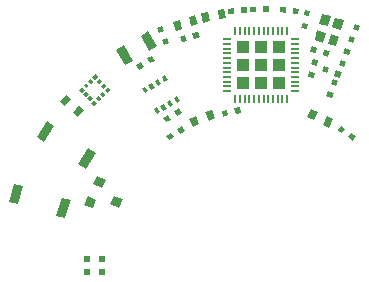
<source format=gtp>
G04 #@! TF.FileFunction,Paste,Top*
%FSLAX46Y46*%
G04 Gerber Fmt 4.6, Leading zero omitted, Abs format (unit mm)*
G04 Created by KiCad (PCBNEW (2016-05-05 BZR 6775)-product) date 2016 June 06, Monday 00:12:01*
%MOMM*%
%LPD*%
G01*
G04 APERTURE LIST*
%ADD10C,0.020000*%
%ADD11R,0.480000X0.480000*%
%ADD12R,1.020000X1.020000*%
%ADD13R,0.660000X0.230000*%
%ADD14R,0.230000X0.660000*%
G04 APERTURE END LIST*
D10*
G36*
X83706737Y-51271017D02*
X83968163Y-50868455D01*
X84370725Y-51129881D01*
X84109299Y-51532443D01*
X83706737Y-51271017D01*
X83706737Y-51271017D01*
G37*
G36*
X84629275Y-51870119D02*
X84890701Y-51467557D01*
X85293263Y-51728983D01*
X85031837Y-52131545D01*
X84629275Y-51870119D01*
X84629275Y-51870119D01*
G37*
G36*
X70542777Y-50877832D02*
X70797138Y-51284895D01*
X70390075Y-51539256D01*
X70135714Y-51132193D01*
X70542777Y-50877832D01*
X70542777Y-50877832D01*
G37*
G36*
X69609925Y-51460744D02*
X69864286Y-51867807D01*
X69457223Y-52122168D01*
X69202862Y-51715105D01*
X69609925Y-51460744D01*
X69609925Y-51460744D01*
G37*
G36*
X82405558Y-46265330D02*
X82569728Y-45814278D01*
X83020780Y-45978448D01*
X82856610Y-46429500D01*
X82405558Y-46265330D01*
X82405558Y-46265330D01*
G37*
G36*
X83439220Y-46641552D02*
X83603390Y-46190500D01*
X84054442Y-46354670D01*
X83890272Y-46805722D01*
X83439220Y-46641552D01*
X83439220Y-46641552D01*
G37*
G36*
X72342605Y-42141735D02*
X72193774Y-41376066D01*
X72763117Y-41265397D01*
X72911948Y-42031066D01*
X72342605Y-42141735D01*
X72342605Y-42141735D01*
G37*
G36*
X73716883Y-41874603D02*
X73568052Y-41108934D01*
X74137395Y-40998265D01*
X74286226Y-41763934D01*
X73716883Y-41874603D01*
X73716883Y-41874603D01*
G37*
G36*
X74473924Y-41437940D02*
X74432089Y-40959767D01*
X74910262Y-40917932D01*
X74952097Y-41396105D01*
X74473924Y-41437940D01*
X74473924Y-41437940D01*
G37*
G36*
X75569738Y-41342068D02*
X75527903Y-40863895D01*
X76006076Y-40822060D01*
X76047911Y-41300233D01*
X75569738Y-41342068D01*
X75569738Y-41342068D01*
G37*
G36*
X83329051Y-46926463D02*
X83777170Y-47098480D01*
X83605153Y-47546599D01*
X83157034Y-47374582D01*
X83329051Y-46926463D01*
X83329051Y-46926463D01*
G37*
G36*
X82934847Y-47953401D02*
X83382966Y-48125418D01*
X83210949Y-48573537D01*
X82762830Y-48401520D01*
X82934847Y-47953401D01*
X82934847Y-47953401D01*
G37*
G36*
X62229071Y-49537602D02*
X61727697Y-50135117D01*
X61283391Y-49762300D01*
X61784765Y-49164785D01*
X62229071Y-49537602D01*
X62229071Y-49537602D01*
G37*
G36*
X61156609Y-48637700D02*
X60655235Y-49235215D01*
X60210929Y-48862398D01*
X60712303Y-48264883D01*
X61156609Y-48637700D01*
X61156609Y-48637700D01*
G37*
G36*
X80947985Y-41059492D02*
X81419948Y-41146965D01*
X81332475Y-41618928D01*
X80860512Y-41531455D01*
X80947985Y-41059492D01*
X80947985Y-41059492D01*
G37*
G36*
X80747525Y-42141072D02*
X81219488Y-42228545D01*
X81132015Y-42700508D01*
X80660052Y-42613035D01*
X80747525Y-42141072D01*
X80747525Y-42141072D01*
G37*
G36*
X85156236Y-42237009D02*
X85602837Y-42412930D01*
X85426916Y-42859531D01*
X84980315Y-42683610D01*
X85156236Y-42237009D01*
X85156236Y-42237009D01*
G37*
G36*
X84753084Y-43260469D02*
X85199685Y-43436390D01*
X85023764Y-43882991D01*
X84577163Y-43707070D01*
X84753084Y-43260469D01*
X84753084Y-43260469D01*
G37*
G36*
X83055198Y-44572644D02*
X82930965Y-45036289D01*
X82467320Y-44912056D01*
X82591553Y-44448411D01*
X83055198Y-44572644D01*
X83055198Y-44572644D01*
G37*
G36*
X81992680Y-44287944D02*
X81868447Y-44751589D01*
X81404802Y-44627356D01*
X81529035Y-44163711D01*
X81992680Y-44287944D01*
X81992680Y-44287944D01*
G37*
G36*
X84376236Y-44257009D02*
X84822837Y-44432930D01*
X84646916Y-44879531D01*
X84200315Y-44703610D01*
X84376236Y-44257009D01*
X84376236Y-44257009D01*
G37*
G36*
X83973084Y-45280469D02*
X84419685Y-45456390D01*
X84243764Y-45902991D01*
X83797163Y-45727070D01*
X83973084Y-45280469D01*
X83973084Y-45280469D01*
G37*
G36*
X70514688Y-43830486D02*
X70374350Y-43371460D01*
X70833376Y-43231122D01*
X70973714Y-43690148D01*
X70514688Y-43830486D01*
X70514688Y-43830486D01*
G37*
G36*
X71566624Y-43508878D02*
X71426286Y-43049852D01*
X71885312Y-42909514D01*
X72025650Y-43368540D01*
X71566624Y-43508878D01*
X71566624Y-43508878D01*
G37*
G36*
X70007284Y-42852407D02*
X69779234Y-42106489D01*
X70333890Y-41936913D01*
X70561940Y-42682831D01*
X70007284Y-42852407D01*
X70007284Y-42852407D01*
G37*
G36*
X71346110Y-42443087D02*
X71118060Y-41697169D01*
X71672716Y-41527593D01*
X71900766Y-42273511D01*
X71346110Y-42443087D01*
X71346110Y-42443087D01*
G37*
G36*
X78829241Y-41286107D02*
X78879415Y-40808737D01*
X79356785Y-40858911D01*
X79306611Y-41336281D01*
X78829241Y-41286107D01*
X78829241Y-41286107D01*
G37*
G36*
X79923215Y-41401089D02*
X79973389Y-40923719D01*
X80450759Y-40973893D01*
X80400585Y-41451263D01*
X79923215Y-41401089D01*
X79923215Y-41401089D01*
G37*
G36*
X74007162Y-50109005D02*
X73907365Y-49639494D01*
X74376876Y-49539697D01*
X74476673Y-50009208D01*
X74007162Y-50109005D01*
X74007162Y-50109005D01*
G37*
G36*
X75083124Y-49880303D02*
X74983327Y-49410792D01*
X75452838Y-49310995D01*
X75552635Y-49780506D01*
X75083124Y-49880303D01*
X75083124Y-49880303D01*
G37*
D11*
X63750000Y-63300000D03*
X63750000Y-62200000D03*
X62500000Y-62200000D03*
X62500000Y-63300000D03*
D10*
G36*
X66885840Y-46152846D02*
X66645840Y-45737154D01*
X67061532Y-45497154D01*
X67301532Y-45912846D01*
X66885840Y-46152846D01*
X66885840Y-46152846D01*
G37*
G36*
X67838468Y-45602846D02*
X67598468Y-45187154D01*
X68014160Y-44947154D01*
X68254160Y-45362846D01*
X67838468Y-45602846D01*
X67838468Y-45602846D01*
G37*
G36*
X68410401Y-42626576D02*
X68852244Y-42439025D01*
X69039795Y-42880868D01*
X68597952Y-43068419D01*
X68410401Y-42626576D01*
X68410401Y-42626576D01*
G37*
G36*
X68840205Y-43639132D02*
X69282048Y-43451581D01*
X69469599Y-43893424D01*
X69027756Y-44080975D01*
X68840205Y-43639132D01*
X68840205Y-43639132D01*
G37*
G36*
X76314309Y-41273751D02*
X76305932Y-40793824D01*
X76785859Y-40785447D01*
X76794236Y-41265374D01*
X76314309Y-41273751D01*
X76314309Y-41273751D01*
G37*
G36*
X77414141Y-41254553D02*
X77405764Y-40774626D01*
X77885691Y-40766249D01*
X77894068Y-41246176D01*
X77414141Y-41254553D01*
X77414141Y-41254553D01*
G37*
G36*
X69185840Y-50602846D02*
X68945840Y-50187154D01*
X69361532Y-49947154D01*
X69601532Y-50362846D01*
X69185840Y-50602846D01*
X69185840Y-50602846D01*
G37*
G36*
X70138468Y-50052846D02*
X69898468Y-49637154D01*
X70314160Y-49397154D01*
X70554160Y-49812846D01*
X70138468Y-50052846D01*
X70138468Y-50052846D01*
G37*
G36*
X81677356Y-46865198D02*
X81213711Y-46740965D01*
X81337944Y-46277320D01*
X81801589Y-46401553D01*
X81677356Y-46865198D01*
X81677356Y-46865198D01*
G37*
G36*
X81962056Y-45802680D02*
X81498411Y-45678447D01*
X81622644Y-45214802D01*
X82086289Y-45339035D01*
X81962056Y-45802680D01*
X81962056Y-45802680D01*
G37*
G36*
X67656019Y-47975170D02*
X67370231Y-48140170D01*
X67130231Y-47724478D01*
X67416019Y-47559478D01*
X67656019Y-47975170D01*
X67656019Y-47975170D01*
G37*
G36*
X68218936Y-47650170D02*
X67933148Y-47815170D01*
X67693148Y-47399478D01*
X67978936Y-47234478D01*
X68218936Y-47650170D01*
X68218936Y-47650170D01*
G37*
G36*
X68781852Y-47325170D02*
X68496064Y-47490170D01*
X68256064Y-47074478D01*
X68541852Y-46909478D01*
X68781852Y-47325170D01*
X68781852Y-47325170D01*
G37*
G36*
X69344769Y-47000170D02*
X69058981Y-47165170D01*
X68818981Y-46749478D01*
X69104769Y-46584478D01*
X69344769Y-47000170D01*
X69344769Y-47000170D01*
G37*
G36*
X70369769Y-48775522D02*
X70083981Y-48940522D01*
X69843981Y-48524830D01*
X70129769Y-48359830D01*
X70369769Y-48775522D01*
X70369769Y-48775522D01*
G37*
G36*
X69806852Y-49100522D02*
X69521064Y-49265522D01*
X69281064Y-48849830D01*
X69566852Y-48684830D01*
X69806852Y-49100522D01*
X69806852Y-49100522D01*
G37*
G36*
X69243936Y-49425522D02*
X68958148Y-49590522D01*
X68718148Y-49174830D01*
X69003936Y-49009830D01*
X69243936Y-49425522D01*
X69243936Y-49425522D01*
G37*
G36*
X68681019Y-49750522D02*
X68395231Y-49915522D01*
X68155231Y-49499830D01*
X68441019Y-49334830D01*
X68681019Y-49750522D01*
X68681019Y-49750522D01*
G37*
G36*
X63364479Y-55120110D02*
X64077136Y-55437405D01*
X63759841Y-56150062D01*
X63047184Y-55832767D01*
X63364479Y-55120110D01*
X63364479Y-55120110D01*
G37*
G36*
X62591679Y-56855846D02*
X63304336Y-57173141D01*
X62987041Y-57885798D01*
X62274384Y-57568503D01*
X62591679Y-56855846D01*
X62591679Y-56855846D01*
G37*
G36*
X64804238Y-56801037D02*
X65516895Y-57118332D01*
X65199600Y-57830989D01*
X64486943Y-57513694D01*
X64804238Y-56801037D01*
X64804238Y-56801037D01*
G37*
G36*
X67706980Y-42884141D02*
X68446980Y-44165859D01*
X67771480Y-44555859D01*
X67031480Y-43274141D01*
X67706980Y-42884141D01*
X67706980Y-42884141D01*
G37*
G36*
X65628520Y-44084141D02*
X66368520Y-45365859D01*
X65693020Y-45755859D01*
X64953020Y-44474141D01*
X65628520Y-44084141D01*
X65628520Y-44084141D01*
G37*
D12*
X77250000Y-47270000D03*
X78770000Y-45750000D03*
X75730000Y-45750000D03*
X77250000Y-45750000D03*
X77250000Y-44230000D03*
D13*
X74390000Y-43550000D03*
X74390000Y-43950000D03*
X74390000Y-44350000D03*
X74390000Y-44750000D03*
X74390000Y-45150000D03*
X74390000Y-45550000D03*
X74390000Y-45950000D03*
X74390000Y-46350000D03*
X74390000Y-46750000D03*
X74390000Y-47150000D03*
X74390000Y-47550000D03*
X74390000Y-47950000D03*
D14*
X75050000Y-48610000D03*
X75450000Y-48610000D03*
X75850000Y-48610000D03*
X76250000Y-48610000D03*
X76650000Y-48610000D03*
X77050000Y-48610000D03*
X77450000Y-48610000D03*
X77850000Y-48610000D03*
X78250000Y-48610000D03*
X78650000Y-48610000D03*
X79050000Y-48610000D03*
X79450000Y-48610000D03*
D13*
X80110000Y-47950000D03*
X80110000Y-47550000D03*
X80110000Y-47150000D03*
X80110000Y-46750000D03*
X80110000Y-46350000D03*
X80110000Y-45950000D03*
X80110000Y-45550000D03*
X80110000Y-45150000D03*
X80110000Y-44750000D03*
X80110000Y-44350000D03*
X80110000Y-43950000D03*
X80110000Y-43550000D03*
D14*
X79450000Y-42890000D03*
X79050000Y-42890000D03*
X78650000Y-42890000D03*
X78250000Y-42890000D03*
X77850000Y-42890000D03*
X77450000Y-42890000D03*
X77050000Y-42890000D03*
X76650000Y-42890000D03*
X76250000Y-42890000D03*
X75850000Y-42890000D03*
X75450000Y-42890000D03*
X75050000Y-42890000D03*
D12*
X75730000Y-44230000D03*
X78770000Y-44230000D03*
X78770000Y-47270000D03*
X75730000Y-47270000D03*
D10*
G36*
X73044995Y-49508172D02*
X73337188Y-50231376D01*
X72799421Y-50448648D01*
X72507228Y-49725444D01*
X73044995Y-49508172D01*
X73044995Y-49508172D01*
G37*
G36*
X71700579Y-50051352D02*
X71992772Y-50774556D01*
X71455005Y-50991828D01*
X71162812Y-50268624D01*
X71700579Y-50051352D01*
X71700579Y-50051352D01*
G37*
G36*
X81165277Y-50174503D02*
X81494919Y-49467583D01*
X82020577Y-49712701D01*
X81690935Y-50419621D01*
X81165277Y-50174503D01*
X81165277Y-50174503D01*
G37*
G36*
X82479423Y-50787299D02*
X82809065Y-50080379D01*
X83334723Y-50325497D01*
X83005081Y-51032417D01*
X82479423Y-50787299D01*
X82479423Y-50787299D01*
G37*
G36*
X58231446Y-51806399D02*
X59091975Y-50481299D01*
X59746138Y-50906117D01*
X58885609Y-52231217D01*
X58231446Y-51806399D01*
X58231446Y-51806399D01*
G37*
G36*
X61753862Y-54093883D02*
X62614391Y-52768783D01*
X63268554Y-53193601D01*
X62408025Y-54518701D01*
X61753862Y-54093883D01*
X61753862Y-54093883D01*
G37*
G36*
X55888167Y-57300270D02*
X56336911Y-55785334D01*
X57084791Y-56006866D01*
X56636047Y-57521802D01*
X55888167Y-57300270D01*
X55888167Y-57300270D01*
G37*
G36*
X59915209Y-58493134D02*
X60363953Y-56978198D01*
X61111833Y-57199730D01*
X60663089Y-58714666D01*
X59915209Y-58493134D01*
X59915209Y-58493134D01*
G37*
G36*
X64245584Y-47628239D02*
X64470643Y-47869586D01*
X64211012Y-48111695D01*
X63985953Y-47870348D01*
X64245584Y-47628239D01*
X64245584Y-47628239D01*
G37*
G36*
X63904585Y-47262562D02*
X64129644Y-47503909D01*
X63870013Y-47746018D01*
X63644954Y-47504671D01*
X63904585Y-47262562D01*
X63904585Y-47262562D01*
G37*
G36*
X63563586Y-46896885D02*
X63788645Y-47138232D01*
X63529014Y-47380341D01*
X63303955Y-47138994D01*
X63563586Y-46896885D01*
X63563586Y-46896885D01*
G37*
G36*
X63222586Y-46531208D02*
X63447645Y-46772555D01*
X63188014Y-47014664D01*
X62962955Y-46773317D01*
X63222586Y-46531208D01*
X63222586Y-46531208D01*
G37*
G36*
X62579612Y-47113699D02*
X62820959Y-46888640D01*
X63063068Y-47148271D01*
X62821721Y-47373330D01*
X62579612Y-47113699D01*
X62579612Y-47113699D01*
G37*
G36*
X62213935Y-47454698D02*
X62455282Y-47229639D01*
X62697391Y-47489270D01*
X62456044Y-47714329D01*
X62213935Y-47454698D01*
X62213935Y-47454698D01*
G37*
G36*
X62088988Y-47588305D02*
X62314047Y-47829652D01*
X62054416Y-48071761D01*
X61829357Y-47830414D01*
X62088988Y-47588305D01*
X62088988Y-47588305D01*
G37*
G36*
X62429987Y-47953982D02*
X62655046Y-48195329D01*
X62395415Y-48437438D01*
X62170356Y-48196091D01*
X62429987Y-47953982D01*
X62429987Y-47953982D01*
G37*
G36*
X62770986Y-48319659D02*
X62996045Y-48561006D01*
X62736414Y-48803115D01*
X62511355Y-48561768D01*
X62770986Y-48319659D01*
X62770986Y-48319659D01*
G37*
G36*
X63111986Y-48685336D02*
X63337045Y-48926683D01*
X63077414Y-49168792D01*
X62852355Y-48927445D01*
X63111986Y-48685336D01*
X63111986Y-48685336D01*
G37*
G36*
X63236932Y-48551729D02*
X63478279Y-48326670D01*
X63720388Y-48586301D01*
X63479041Y-48811360D01*
X63236932Y-48551729D01*
X63236932Y-48551729D01*
G37*
G36*
X63602609Y-48210730D02*
X63843956Y-47985671D01*
X64086065Y-48245302D01*
X63844718Y-48470361D01*
X63602609Y-48210730D01*
X63602609Y-48210730D01*
G37*
G36*
X82500764Y-43840323D02*
X81779818Y-43633595D01*
X82014110Y-42816523D01*
X82735056Y-43023251D01*
X82500764Y-43840323D01*
X82500764Y-43840323D01*
G37*
G36*
X83606215Y-44157306D02*
X82885269Y-43950578D01*
X83119561Y-43133506D01*
X83840507Y-43340234D01*
X83606215Y-44157306D01*
X83606215Y-44157306D01*
G37*
G36*
X84005890Y-42763477D02*
X83284944Y-42556749D01*
X83519236Y-41739677D01*
X84240182Y-41946405D01*
X84005890Y-42763477D01*
X84005890Y-42763477D01*
G37*
G36*
X82900439Y-42446494D02*
X82179493Y-42239766D01*
X82413785Y-41422694D01*
X83134731Y-41629422D01*
X82900439Y-42446494D01*
X82900439Y-42446494D01*
G37*
M02*

</source>
